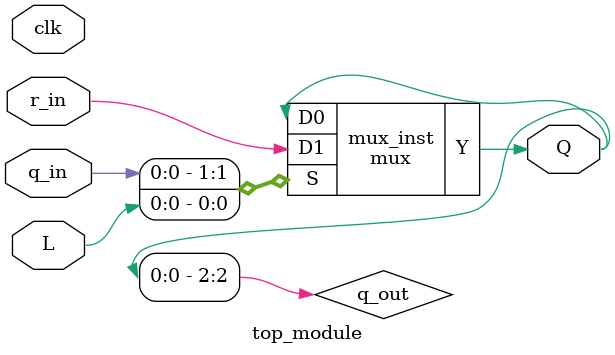
<source format=sv>
module flipflop (
    input clk,
    input D,
    output reg Q
);
    always @(posedge clk)
        Q <= D;
endmodule
module mux (
    input [1:0] S,
    input D0,
    input D1,
    output reg Y
);
    always @(*)
    begin
        case (S)
            2'b00: Y = D0;
            2'b01: Y = D1;
            2'b10: Y = D0;
            2'b11: Y = D1;
            default: Y = 1'b0;
        endcase
    end
endmodule
module top_module(
    input clk,
    input L,
    input q_in,
    input r_in,
    output reg Q
);

    reg [2:0] r;
    reg [2:0] q_out;
    wire d0, d1;

    assign d0 = q_out[1] ^ q_out[2];
    assign d1 = q_out[0] | q_out[2];

    flipflop ff_inst1 (
        .clk(clk),
        .D(r_in),
        .Q(q_out[0])
    );

    flipflop ff_inst2 (
        .clk(clk),
        .D(q_out[1]),
        .Q(q_out[1])
    );

    mux mux_inst (
        .S({q_in, L}),
        .D0(q_out[2]),
        .D1(r_in),
        .Y(q_out[2])
    );

    always @(posedge clk)
    begin
        if (L) begin
            r <= r_in;
        end else begin
            r <= {d0, d1, r[2]};
        end
    end

    assign Q = q_out[2];

endmodule

</source>
